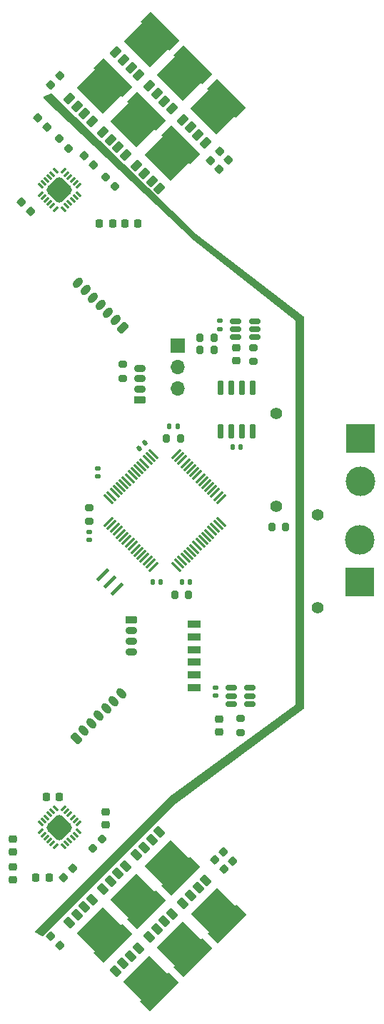
<source format=gbr>
%TF.GenerationSoftware,KiCad,Pcbnew,(6.0.8)*%
%TF.CreationDate,2022-10-14T22:36:05+09:00*%
%TF.ProjectId,ORION_VV_driver_v2,4f52494f-4e5f-4565-965f-647269766572,rev?*%
%TF.SameCoordinates,Original*%
%TF.FileFunction,Soldermask,Bot*%
%TF.FilePolarity,Negative*%
%FSLAX46Y46*%
G04 Gerber Fmt 4.6, Leading zero omitted, Abs format (unit mm)*
G04 Created by KiCad (PCBNEW (6.0.8)) date 2022-10-14 22:36:05*
%MOMM*%
%LPD*%
G01*
G04 APERTURE LIST*
G04 Aperture macros list*
%AMRoundRect*
0 Rectangle with rounded corners*
0 $1 Rounding radius*
0 $2 $3 $4 $5 $6 $7 $8 $9 X,Y pos of 4 corners*
0 Add a 4 corners polygon primitive as box body*
4,1,4,$2,$3,$4,$5,$6,$7,$8,$9,$2,$3,0*
0 Add four circle primitives for the rounded corners*
1,1,$1+$1,$2,$3*
1,1,$1+$1,$4,$5*
1,1,$1+$1,$6,$7*
1,1,$1+$1,$8,$9*
0 Add four rect primitives between the rounded corners*
20,1,$1+$1,$2,$3,$4,$5,0*
20,1,$1+$1,$4,$5,$6,$7,0*
20,1,$1+$1,$6,$7,$8,$9,0*
20,1,$1+$1,$8,$9,$2,$3,0*%
%AMHorizOval*
0 Thick line with rounded ends*
0 $1 width*
0 $2 $3 position (X,Y) of the first rounded end (center of the circle)*
0 $4 $5 position (X,Y) of the second rounded end (center of the circle)*
0 Add line between two ends*
20,1,$1,$2,$3,$4,$5,0*
0 Add two circle primitives to create the rounded ends*
1,1,$1,$2,$3*
1,1,$1,$4,$5*%
%AMRotRect*
0 Rectangle, with rotation*
0 The origin of the aperture is its center*
0 $1 length*
0 $2 width*
0 $3 Rotation angle, in degrees counterclockwise*
0 Add horizontal line*
21,1,$1,$2,0,0,$3*%
%AMFreePoly0*
4,1,21,3.024497,2.399497,3.045000,2.350000,3.045000,-2.350000,3.024497,-2.399497,2.975000,-2.420000,1.425000,-2.420000,1.375503,-2.399497,1.355000,-2.350000,1.355000,-2.170000,-1.650000,-2.170000,-1.699497,-2.149497,-1.720000,-2.100000,-1.720000,2.100000,-1.699497,2.149497,-1.650000,2.170000,1.355000,2.170000,1.355000,2.350000,1.375503,2.399497,1.425000,2.420000,2.975000,2.420000,
3.024497,2.399497,3.024497,2.399497,$1*%
G04 Aperture macros list end*
%ADD10RoundRect,0.225000X0.475000X-0.225000X0.475000X0.225000X-0.475000X0.225000X-0.475000X-0.225000X0*%
%ADD11O,1.400000X0.900000*%
%ADD12R,1.700000X1.700000*%
%ADD13O,1.700000X1.700000*%
%ADD14C,3.500000*%
%ADD15R,3.500000X3.500000*%
%ADD16C,1.400000*%
%ADD17RoundRect,0.225000X0.494975X0.176777X0.176777X0.494975X-0.494975X-0.176777X-0.176777X-0.494975X0*%
%ADD18HorizOval,0.900000X0.176777X0.176777X-0.176777X-0.176777X0*%
%ADD19RoundRect,0.225000X-0.475000X0.225000X-0.475000X-0.225000X0.475000X-0.225000X0.475000X0.225000X0*%
%ADD20RoundRect,0.225000X0.176777X-0.494975X0.494975X-0.176777X-0.176777X0.494975X-0.494975X0.176777X0*%
%ADD21HorizOval,0.900000X-0.176777X0.176777X0.176777X-0.176777X0*%
%ADD22RoundRect,0.225000X-0.575000X0.225000X-0.575000X-0.225000X0.575000X-0.225000X0.575000X0.225000X0*%
%ADD23RoundRect,0.140000X0.140000X0.170000X-0.140000X0.170000X-0.140000X-0.170000X0.140000X-0.170000X0*%
%ADD24RoundRect,0.200000X-0.275000X0.200000X-0.275000X-0.200000X0.275000X-0.200000X0.275000X0.200000X0*%
%ADD25RoundRect,0.200000X0.200000X0.275000X-0.200000X0.275000X-0.200000X-0.275000X0.200000X-0.275000X0*%
%ADD26RoundRect,0.225000X-0.335876X-0.017678X-0.017678X-0.335876X0.335876X0.017678X0.017678X0.335876X0*%
%ADD27RoundRect,0.200000X0.275000X-0.200000X0.275000X0.200000X-0.275000X0.200000X-0.275000X-0.200000X0*%
%ADD28RoundRect,0.070000X0.159099X-0.654074X0.654074X-0.159099X-0.159099X0.654074X-0.654074X0.159099X0*%
%ADD29FreePoly0,315.000000*%
%ADD30RoundRect,0.140000X-0.140000X-0.170000X0.140000X-0.170000X0.140000X0.170000X-0.140000X0.170000X0*%
%ADD31RoundRect,0.140000X0.170000X-0.140000X0.170000X0.140000X-0.170000X0.140000X-0.170000X-0.140000X0*%
%ADD32RoundRect,0.150000X0.150000X-0.725000X0.150000X0.725000X-0.150000X0.725000X-0.150000X-0.725000X0*%
%ADD33RoundRect,0.218750X-0.026517X0.335876X-0.335876X0.026517X0.026517X-0.335876X0.335876X-0.026517X0*%
%ADD34RoundRect,0.218750X-0.335876X-0.026517X-0.026517X-0.335876X0.335876X0.026517X0.026517X0.335876X0*%
%ADD35RoundRect,0.062500X-0.203293X-0.291682X0.291682X0.203293X0.203293X0.291682X-0.291682X-0.203293X0*%
%ADD36RoundRect,0.062500X0.203293X-0.291682X0.291682X-0.203293X-0.203293X0.291682X-0.291682X0.203293X0*%
%ADD37RoundRect,0.625000X0.000000X-0.883883X0.883883X0.000000X0.000000X0.883883X-0.883883X0.000000X0*%
%ADD38RoundRect,0.150000X-0.512500X-0.150000X0.512500X-0.150000X0.512500X0.150000X-0.512500X0.150000X0*%
%ADD39RoundRect,0.140000X0.021213X-0.219203X0.219203X-0.021213X-0.021213X0.219203X-0.219203X0.021213X0*%
%ADD40RoundRect,0.225000X0.225000X0.250000X-0.225000X0.250000X-0.225000X-0.250000X0.225000X-0.250000X0*%
%ADD41RoundRect,0.218750X0.256250X-0.218750X0.256250X0.218750X-0.256250X0.218750X-0.256250X-0.218750X0*%
%ADD42RoundRect,0.070000X0.654074X0.159099X0.159099X0.654074X-0.654074X-0.159099X-0.159099X-0.654074X0*%
%ADD43FreePoly0,45.000000*%
%ADD44RoundRect,0.225000X-0.250000X0.225000X-0.250000X-0.225000X0.250000X-0.225000X0.250000X0.225000X0*%
%ADD45RoundRect,0.218750X0.218750X0.256250X-0.218750X0.256250X-0.218750X-0.256250X0.218750X-0.256250X0*%
%ADD46RotRect,0.400000X1.900000X315.000000*%
%ADD47RoundRect,0.225000X0.017678X-0.335876X0.335876X-0.017678X-0.017678X0.335876X-0.335876X0.017678X0*%
%ADD48RoundRect,0.075000X-0.441942X-0.548008X0.548008X0.441942X0.441942X0.548008X-0.548008X-0.441942X0*%
%ADD49RoundRect,0.075000X0.441942X-0.548008X0.548008X-0.441942X-0.441942X0.548008X-0.548008X0.441942X0*%
%ADD50RoundRect,0.062500X-0.291682X0.203293X0.203293X-0.291682X0.291682X-0.203293X-0.203293X0.291682X0*%
%ADD51RoundRect,0.062500X-0.291682X-0.203293X-0.203293X-0.291682X0.291682X0.203293X0.203293X0.291682X0*%
%ADD52RoundRect,0.625000X-0.883883X0.000000X0.000000X-0.883883X0.883883X0.000000X0.000000X0.883883X0*%
%ADD53RoundRect,0.200000X-0.200000X-0.275000X0.200000X-0.275000X0.200000X0.275000X-0.200000X0.275000X0*%
%ADD54RoundRect,0.140000X-0.170000X0.140000X-0.170000X-0.140000X0.170000X-0.140000X0.170000X0.140000X0*%
%ADD55RoundRect,0.225000X-0.017678X0.335876X-0.335876X0.017678X0.017678X-0.335876X0.335876X-0.017678X0*%
%ADD56RoundRect,0.225000X0.250000X-0.225000X0.250000X0.225000X-0.250000X0.225000X-0.250000X-0.225000X0*%
G04 APERTURE END LIST*
D10*
%TO.C,J2*%
X108500000Y-86875000D03*
D11*
X108500000Y-85625000D03*
X108500000Y-84375000D03*
X108500000Y-83125000D03*
%TD*%
D12*
%TO.C,J14*%
X113000000Y-80475000D03*
D13*
X113000000Y-83015000D03*
X113000000Y-85555000D03*
%TD*%
D14*
%TO.C,J11*%
X134675000Y-96500000D03*
D15*
X134675000Y-91500000D03*
D16*
X124675000Y-88500000D03*
X124675000Y-99500000D03*
%TD*%
D17*
%TO.C,J6*%
X106505204Y-78298097D03*
D18*
X105621321Y-77414214D03*
X104737437Y-76530330D03*
X103853554Y-75646447D03*
X102969670Y-74762563D03*
X102085787Y-73878680D03*
X101201903Y-72994796D03*
%TD*%
D19*
%TO.C,J3*%
X107500000Y-113000000D03*
D11*
X107500000Y-114250000D03*
X107500000Y-115500000D03*
X107500000Y-116750000D03*
%TD*%
D16*
%TO.C,J15*%
X129650000Y-111500000D03*
X129650000Y-100500000D03*
D15*
X134650000Y-108500000D03*
D14*
X134650000Y-103500000D03*
%TD*%
D20*
%TO.C,J5*%
X101000000Y-127000000D03*
D21*
X101883883Y-126116117D03*
X102767767Y-125232233D03*
X103651650Y-124348350D03*
X104535534Y-123464466D03*
X105419417Y-122580583D03*
X106303301Y-121696699D03*
%TD*%
D22*
%TO.C,J4*%
X115000000Y-113500000D03*
X115000000Y-115000000D03*
X115000000Y-116500000D03*
X115000000Y-118000000D03*
X115000000Y-119500000D03*
X115000000Y-121000000D03*
%TD*%
D23*
%TO.C,C7*%
X114480000Y-108500000D03*
X113520000Y-108500000D03*
%TD*%
D24*
%TO.C,FB1*%
X102500000Y-99675000D03*
X102500000Y-101325000D03*
%TD*%
D25*
%TO.C,R10*%
X125825000Y-102000000D03*
X124175000Y-102000000D03*
%TD*%
D26*
%TO.C,C22*%
X96451992Y-53451992D03*
X97548008Y-54548008D03*
%TD*%
D27*
%TO.C,R13*%
X122000000Y-82325000D03*
X122000000Y-80675000D03*
%TD*%
D26*
%TO.C,C21*%
X101951992Y-57951992D03*
X103048008Y-59048008D03*
%TD*%
D28*
%TO.C,Q10*%
X100144778Y-148845926D03*
X101042804Y-147947901D03*
X101947901Y-147042804D03*
X102845926Y-146144778D03*
D29*
X103807591Y-149807591D03*
%TD*%
D30*
%TO.C,C16*%
X112020000Y-90000000D03*
X112980000Y-90000000D03*
%TD*%
D31*
%TO.C,C15*%
X117473452Y-121980000D03*
X117473452Y-121020000D03*
%TD*%
D32*
%TO.C,U3*%
X121905000Y-90575000D03*
X120635000Y-90575000D03*
X119365000Y-90575000D03*
X118095000Y-90575000D03*
X118095000Y-85425000D03*
X119365000Y-85425000D03*
X120635000Y-85425000D03*
X121905000Y-85425000D03*
%TD*%
D33*
%TO.C,D8*%
X104056847Y-138943153D03*
X102943153Y-140056847D03*
%TD*%
D26*
%TO.C,C43*%
X118451992Y-140451992D03*
X119548008Y-141548008D03*
%TD*%
%TO.C,C40*%
X97951992Y-150451992D03*
X99048008Y-151548008D03*
%TD*%
D34*
%TO.C,D10*%
X104443153Y-60443153D03*
X105556847Y-61556847D03*
%TD*%
D28*
%TO.C,Q5*%
X109644778Y-150538335D03*
X110542804Y-149640310D03*
X111447901Y-148735213D03*
X112345926Y-147837187D03*
D29*
X113307591Y-151500000D03*
%TD*%
D35*
%TO.C,GD2*%
X98513864Y-64253903D03*
X98160311Y-63900349D03*
X97806757Y-63546796D03*
X97453204Y-63193243D03*
X97099651Y-62839689D03*
X96746097Y-62486136D03*
D36*
X96746097Y-61513864D03*
X97099651Y-61160311D03*
X97453204Y-60806757D03*
X97806757Y-60453204D03*
X98160311Y-60099651D03*
X98513864Y-59746097D03*
D35*
X99486136Y-59746097D03*
X99839689Y-60099651D03*
X100193243Y-60453204D03*
X100546796Y-60806757D03*
X100900349Y-61160311D03*
X101253903Y-61513864D03*
D36*
X101253903Y-62486136D03*
X100900349Y-62839689D03*
X100546796Y-63193243D03*
X100193243Y-63546796D03*
X99839689Y-63900349D03*
X99486136Y-64253903D03*
D37*
X99000000Y-62000000D03*
%TD*%
D23*
%TO.C,C9*%
X120480000Y-92500000D03*
X119520000Y-92500000D03*
%TD*%
D38*
%TO.C,U5*%
X119335952Y-122950000D03*
X119335952Y-122000000D03*
X119335952Y-121050000D03*
X121610952Y-121050000D03*
X121610952Y-122000000D03*
X121610952Y-122950000D03*
%TD*%
D39*
%TO.C,C5*%
X108460589Y-92639411D03*
X109139411Y-91960589D03*
%TD*%
D31*
%TO.C,C11*%
X102500000Y-103480000D03*
X102500000Y-102520000D03*
%TD*%
D26*
%TO.C,C42*%
X117451992Y-141451992D03*
X118548008Y-142548008D03*
%TD*%
D40*
%TO.C,C12*%
X99000000Y-134000000D03*
X97450000Y-134000000D03*
%TD*%
D41*
%TO.C,D6*%
X93500000Y-140500000D03*
X93500000Y-138925000D03*
%TD*%
D28*
%TO.C,Q2*%
X108144778Y-140845926D03*
X109042804Y-139947901D03*
X109947901Y-139042804D03*
X110845926Y-138144778D03*
D29*
X111807591Y-141807591D03*
%TD*%
D42*
%TO.C,Q4*%
X102845926Y-53855222D03*
X101947901Y-52957196D03*
X101042804Y-52052099D03*
X100144778Y-51154074D03*
D43*
X103807591Y-50192409D03*
%TD*%
D44*
%TO.C,C24*%
X120000000Y-80725000D03*
X120000000Y-82275000D03*
%TD*%
D28*
%TO.C,Q9*%
X105644778Y-154614070D03*
X106542804Y-153716045D03*
X107447901Y-152810948D03*
X108345926Y-151912922D03*
D29*
X109307591Y-155575735D03*
%TD*%
D42*
%TO.C,Q7*%
X112345926Y-52355222D03*
X111447901Y-51457196D03*
X110542804Y-50552099D03*
X109644778Y-49654074D03*
D43*
X113307591Y-48692409D03*
%TD*%
D42*
%TO.C,Q8*%
X106845926Y-57855222D03*
X105947901Y-56957196D03*
X105042804Y-56052099D03*
X104144778Y-55154074D03*
D43*
X107807591Y-54192409D03*
%TD*%
D45*
%TO.C,D7*%
X97787500Y-143500000D03*
X96212500Y-143500000D03*
%TD*%
D46*
%TO.C,Y1*%
X104151472Y-107651472D03*
X105000000Y-108500000D03*
X105848528Y-109348528D03*
%TD*%
D34*
%TO.C,D11*%
X98943153Y-55943153D03*
X100056847Y-57056847D03*
%TD*%
D40*
%TO.C,C20*%
X108275000Y-66000000D03*
X106725000Y-66000000D03*
%TD*%
D27*
%TO.C,R12*%
X120473452Y-126325000D03*
X120473452Y-124675000D03*
%TD*%
D47*
%TO.C,C44*%
X116951992Y-58548008D03*
X118048008Y-57451992D03*
%TD*%
D48*
%TO.C,U4*%
X110138819Y-106664481D03*
X109785266Y-106310928D03*
X109431713Y-105957375D03*
X109078159Y-105603821D03*
X108724606Y-105250268D03*
X108371052Y-104896714D03*
X108017499Y-104543161D03*
X107663946Y-104189608D03*
X107310392Y-103836054D03*
X106956839Y-103482501D03*
X106603286Y-103128948D03*
X106249732Y-102775394D03*
X105896179Y-102421841D03*
X105542625Y-102068287D03*
X105189072Y-101714734D03*
X104835519Y-101361181D03*
D49*
X104835519Y-98638819D03*
X105189072Y-98285266D03*
X105542625Y-97931713D03*
X105896179Y-97578159D03*
X106249732Y-97224606D03*
X106603286Y-96871052D03*
X106956839Y-96517499D03*
X107310392Y-96163946D03*
X107663946Y-95810392D03*
X108017499Y-95456839D03*
X108371052Y-95103286D03*
X108724606Y-94749732D03*
X109078159Y-94396179D03*
X109431713Y-94042625D03*
X109785266Y-93689072D03*
X110138819Y-93335519D03*
D48*
X112861181Y-93335519D03*
X113214734Y-93689072D03*
X113568287Y-94042625D03*
X113921841Y-94396179D03*
X114275394Y-94749732D03*
X114628948Y-95103286D03*
X114982501Y-95456839D03*
X115336054Y-95810392D03*
X115689608Y-96163946D03*
X116043161Y-96517499D03*
X116396714Y-96871052D03*
X116750268Y-97224606D03*
X117103821Y-97578159D03*
X117457375Y-97931713D03*
X117810928Y-98285266D03*
X118164481Y-98638819D03*
D49*
X118164481Y-101361181D03*
X117810928Y-101714734D03*
X117457375Y-102068287D03*
X117103821Y-102421841D03*
X116750268Y-102775394D03*
X116396714Y-103128948D03*
X116043161Y-103482501D03*
X115689608Y-103836054D03*
X115336054Y-104189608D03*
X114982501Y-104543161D03*
X114628948Y-104896714D03*
X114275394Y-105250268D03*
X113921841Y-105603821D03*
X113568287Y-105957375D03*
X113214734Y-106310928D03*
X112861181Y-106664481D03*
%TD*%
D25*
%TO.C,R11*%
X113325000Y-91500000D03*
X111675000Y-91500000D03*
%TD*%
D26*
%TO.C,C13*%
X94451992Y-63451992D03*
X95548008Y-64548008D03*
%TD*%
D28*
%TO.C,Q1*%
X113644778Y-146538335D03*
X114542804Y-145640310D03*
X115447901Y-144735213D03*
X116345926Y-143837187D03*
D29*
X117307591Y-147500000D03*
%TD*%
D24*
%TO.C,R6*%
X106500000Y-82675000D03*
X106500000Y-84325000D03*
%TD*%
D50*
%TO.C,GD1*%
X96746097Y-137094625D03*
X97099651Y-136741072D03*
X97453204Y-136387518D03*
X97806757Y-136033965D03*
X98160311Y-135680412D03*
X98513864Y-135326858D03*
D51*
X99486136Y-135326858D03*
X99839689Y-135680412D03*
X100193243Y-136033965D03*
X100546796Y-136387518D03*
X100900349Y-136741072D03*
X101253903Y-137094625D03*
D50*
X101253903Y-138066897D03*
X100900349Y-138420450D03*
X100546796Y-138774004D03*
X100193243Y-139127557D03*
X99839689Y-139481110D03*
X99486136Y-139834664D03*
D51*
X98513864Y-139834664D03*
X98160311Y-139481110D03*
X97806757Y-139127557D03*
X97453204Y-138774004D03*
X97099651Y-138420450D03*
X96746097Y-138066897D03*
D52*
X99000000Y-137580761D03*
%TD*%
D53*
%TO.C,R8*%
X115675000Y-81000000D03*
X117325000Y-81000000D03*
%TD*%
D42*
%TO.C,Q3*%
X108398025Y-48398026D03*
X107500000Y-47500000D03*
X106594903Y-46594903D03*
X105696877Y-45696878D03*
D43*
X109359690Y-44735213D03*
%TD*%
D44*
%TO.C,C19*%
X104500000Y-135725000D03*
X104500000Y-137275000D03*
%TD*%
D28*
%TO.C,Q6*%
X104144778Y-144845926D03*
X105042804Y-143947901D03*
X105947901Y-143042804D03*
X106845926Y-142144778D03*
D29*
X107807591Y-145807591D03*
%TD*%
D25*
%TO.C,R9*%
X117325000Y-79500000D03*
X115675000Y-79500000D03*
%TD*%
D42*
%TO.C,Q12*%
X110845926Y-61855222D03*
X109947901Y-60957196D03*
X109042804Y-60052099D03*
X108144778Y-59154074D03*
D43*
X111807591Y-58192409D03*
%TD*%
D38*
%TO.C,U6*%
X119862500Y-79450000D03*
X119862500Y-78500000D03*
X119862500Y-77550000D03*
X122137500Y-77550000D03*
X122137500Y-78500000D03*
X122137500Y-79450000D03*
%TD*%
D42*
%TO.C,Q11*%
X116316152Y-56384996D03*
X115418127Y-55486970D03*
X114513030Y-54581873D03*
X113615004Y-53683848D03*
D43*
X117277817Y-52722183D03*
%TD*%
D23*
%TO.C,C6*%
X110980000Y-108500000D03*
X110020000Y-108500000D03*
%TD*%
D54*
%TO.C,C8*%
X103500000Y-95020000D03*
X103500000Y-95980000D03*
%TD*%
D45*
%TO.C,D9*%
X103712500Y-66000000D03*
X105287500Y-66000000D03*
%TD*%
D53*
%TO.C,R7*%
X112675000Y-110000000D03*
X114325000Y-110000000D03*
%TD*%
D55*
%TO.C,C18*%
X99451992Y-143548008D03*
X100548008Y-142451992D03*
%TD*%
D31*
%TO.C,C14*%
X118000000Y-78480000D03*
X118000000Y-77520000D03*
%TD*%
D47*
%TO.C,C45*%
X117951992Y-59548008D03*
X119048008Y-58451992D03*
%TD*%
D56*
%TO.C,C17*%
X93500000Y-143775000D03*
X93500000Y-142225000D03*
%TD*%
D47*
%TO.C,C41*%
X97951992Y-49548008D03*
X99048008Y-48451992D03*
%TD*%
D44*
%TO.C,C23*%
X117973452Y-124725000D03*
X117973452Y-126275000D03*
%TD*%
G36*
X98055515Y-50554595D02*
G01*
X98064147Y-50562235D01*
X115246932Y-67232750D01*
X115252479Y-67237536D01*
X127950610Y-76962176D01*
X127992531Y-77019475D01*
X128000000Y-77062211D01*
X128000000Y-123436592D01*
X127979998Y-123504713D01*
X127949077Y-123537782D01*
X112503720Y-134997240D01*
X112496722Y-135003278D01*
X97064217Y-150435783D01*
X97001905Y-150469809D01*
X96931090Y-150464744D01*
X96918773Y-150459386D01*
X96156359Y-150078180D01*
X96104375Y-150029825D01*
X96086786Y-149961042D01*
X96109176Y-149893668D01*
X96123613Y-149876387D01*
X111993183Y-134006817D01*
X112007766Y-133994305D01*
X126985392Y-123010713D01*
X126999221Y-122992614D01*
X127000000Y-122988412D01*
X127000000Y-77518115D01*
X126993255Y-77495144D01*
X126991773Y-77493512D01*
X114961084Y-68005420D01*
X114952479Y-67997981D01*
X97130667Y-51123719D01*
X97094954Y-51062358D01*
X97098083Y-50991431D01*
X97139062Y-50933455D01*
X97160948Y-50919526D01*
X97920061Y-50539970D01*
X97989935Y-50527396D01*
X98055515Y-50554595D01*
G37*
M02*

</source>
